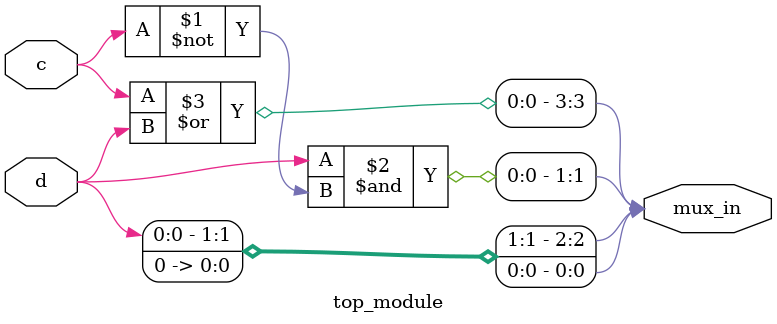
<source format=sv>
module top_module (
    input c,
    input d,
    output [3:0] mux_in
);

    assign mux_in[0] = 1'b0;
    assign mux_in[1] = d & ~c;
    assign mux_in[2] = d;
    assign mux_in[3] = c | d;

endmodule

</source>
